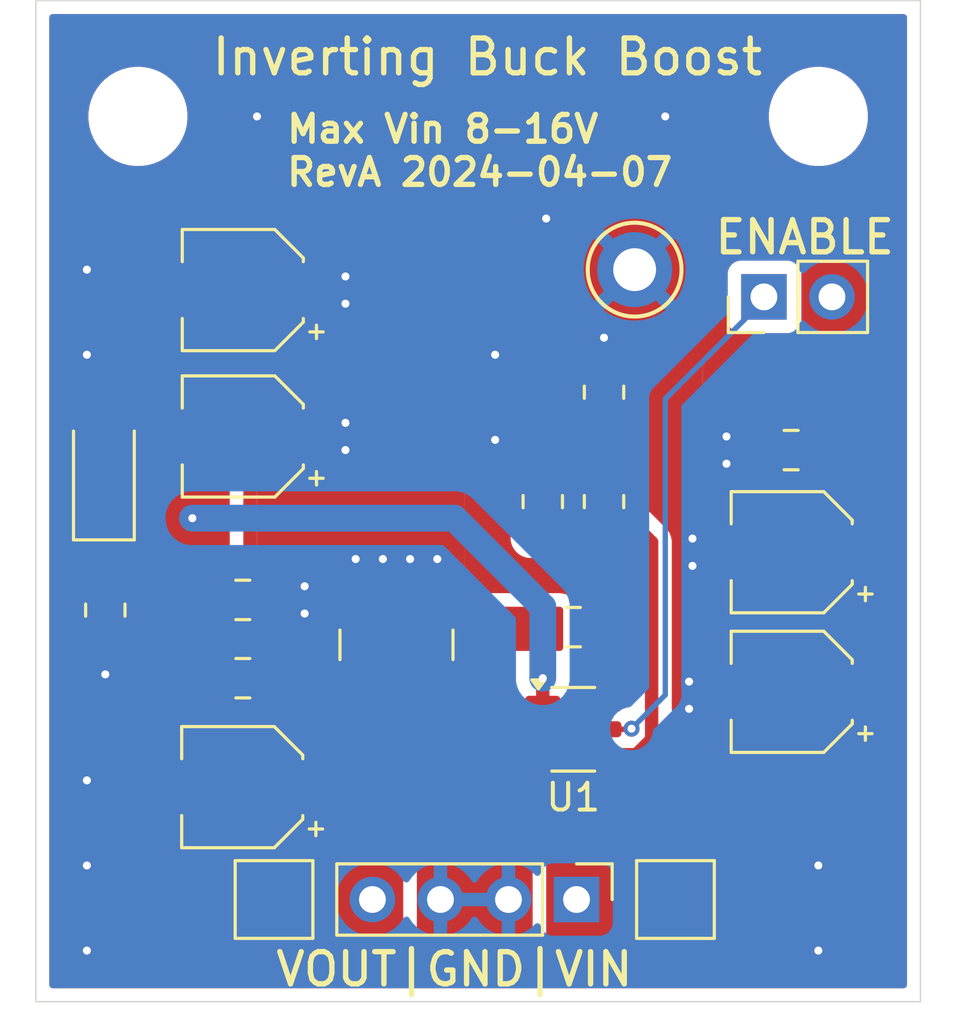
<source format=kicad_pcb>
(kicad_pcb (version 20240108) (generator "pcbnew") (generator_version "8.0")
  (title_block (date "2024-04-07") (rev "A"))
  (layers (0 "F.Cu" signal) (31 "B.Cu" signal) (34 "B.Paste" user) (35 "F.Paste" user) (36 "B.SilkS" user "B.Silkscreen") (37 "F.SilkS" user "F.Silkscreen") (38 "B.Mask" user) (39 "F.Mask" user) (44 "Edge.Cuts" user))
  (net 0 "")
  (net 1 "GND")
  (net 2 "/VOUT")
  (net 3 "/VIN")
  (net 4 "Net-(U1-SW)")
  (net 5 "Net-(U1-BOOT)")
  (net 6 "Net-(D1-K)")
  (net 7 "Net-(J3-Pin_1)")
  (net 8 "Net-(R1-Pad1)")
  (net 9 "/VSENSE")
  (footprint "MountingHole:MountingHole_3.2mm_M3" (layer "F.Cu") (at 184.15 76.835)
    (property "Reference" "H1" (hide yes))
    (property "Value" "MountingHole")
    (pad "" np_thru_hole circle (at 0 0) (size 3.2 3.2) (drill 3.2) (layers "*.Cu" "*.Mask"))
  )
  (footprint "Capacitor_SMD:C_0805_2012Metric_Pad1.18x1.45mm_HandSolder" (layer "F.Cu") (at 208.534 89.281 180)
    (property "Reference" "C6" (hide yes))
    (property "Value" "100nF")
    (fp_line (start -0.261252 0.735) (end 0.261252 0.735) (stroke (width 0.12)) (layer "F.SilkS"))
    (fp_line (start -0.261252 -0.735) (end 0.261252 -0.735) (stroke (width 0.12)) (layer "F.SilkS"))
    (pad "1" smd roundrect (at -1.0375 0 180) (size 1.175 1.45) (layers "F.Cu" "F.Paste" "F.Mask") (roundrect_rratio 0.212766) (net 3 "/VIN"))
    (pad "2" smd roundrect (at 1.0375 0 180) (size 1.175 1.45) (layers "F.Cu" "F.Paste" "F.Mask") (roundrect_rratio 0.212766) (net 1 "GND"))
  )
  (footprint "Capacitor_SMD:CP_Elec_4x3" (layer "F.Cu") (at 188.065 88.773 180)
    (property "Reference" "C3" (hide yes))
    (property "Value" "22uF")
    (fp_line (start 2.26 2.26) (end 2.26 1.06) (stroke (width 0.12)) (layer "F.SilkS"))
    (fp_line (start 2.26 -2.26) (end 2.26 -1.06) (stroke (width 0.12)) (layer "F.SilkS"))
    (fp_line (start -1.195563 2.26) (end 2.26 2.26) (stroke (width 0.12)) (layer "F.SilkS"))
    (fp_line (start -1.195563 -2.26) (end 2.26 -2.26) (stroke (width 0.12)) (layer "F.SilkS"))
    (fp_line (start -2.26 1.195563) (end -1.195563 2.26) (stroke (width 0.12)) (layer "F.SilkS"))
    (fp_line (start -2.26 1.195563) (end -2.26 1.06) (stroke (width 0.12)) (layer "F.SilkS"))
    (fp_line (start -2.26 -1.195563) (end -1.195563 -2.26) (stroke (width 0.12)) (layer "F.SilkS"))
    (fp_line (start -2.26 -1.195563) (end -2.26 -1.06) (stroke (width 0.12)) (layer "F.SilkS"))
    (fp_line (start -2.75 -1.81) (end -2.75 -1.31) (stroke (width 0.12)) (layer "F.SilkS"))
    (fp_line (start -3 -1.56) (end -2.5 -1.56) (stroke (width 0.12)) (layer "F.SilkS"))
    (pad "1" smd roundrect (at -1.8 0 180) (size 2.6 1.6) (layers "F.Cu" "F.Paste" "F.Mask") (roundrect_rratio 0.15625) (net 1 "GND"))
    (pad "2" smd roundrect (at 1.8 0 180) (size 2.6 1.6) (layers "F.Cu" "F.Paste" "F.Mask") (roundrect_rratio 0.15625) (net 2 "/VOUT"))
  )
  (footprint "Capacitor_SMD:C_0805_2012Metric_Pad1.18x1.45mm_HandSolder" (layer "F.Cu") (at 200.406 95.885 180)
    (property "Reference" "C9" (hide yes))
    (property "Value" "100nF")
    (fp_line (start -0.261252 0.735) (end 0.261252 0.735) (stroke (width 0.12)) (layer "F.SilkS"))
    (fp_line (start -0.261252 -0.735) (end 0.261252 -0.735) (stroke (width 0.12)) (layer "F.SilkS"))
    (pad "1" smd roundrect (at -1.0375 0 180) (size 1.175 1.45) (layers "F.Cu" "F.Paste" "F.Mask") (roundrect_rratio 0.212766) (net 5 "Net-(U1-BOOT)"))
    (pad "2" smd roundrect (at 1.0375 0 180) (size 1.175 1.45) (layers "F.Cu" "F.Paste" "F.Mask") (roundrect_rratio 0.212766) (net 4 "Net-(U1-SW)"))
  )
  (footprint "Capacitor_SMD:CP_Elec_4x3" (layer "F.Cu") (at 208.556 93.091 180)
    (property "Reference" "C5" (hide yes))
    (property "Value" "10uF")
    (fp_line (start 2.26 2.26) (end 2.26 1.06) (stroke (width 0.12)) (layer "F.SilkS"))
    (fp_line (start 2.26 -2.26) (end 2.26 -1.06) (stroke (width 0.12)) (layer "F.SilkS"))
    (fp_line (start -1.195563 2.26) (end 2.26 2.26) (stroke (width 0.12)) (layer "F.SilkS"))
    (fp_line (start -1.195563 -2.26) (end 2.26 -2.26) (stroke (width 0.12)) (layer "F.SilkS"))
    (fp_line (start -2.26 1.195563) (end -1.195563 2.26) (stroke (width 0.12)) (layer "F.SilkS"))
    (fp_line (start -2.26 1.195563) (end -2.26 1.06) (stroke (width 0.12)) (layer "F.SilkS"))
    (fp_line (start -2.26 -1.195563) (end -1.195563 -2.26) (stroke (width 0.12)) (layer "F.SilkS"))
    (fp_line (start -2.26 -1.195563) (end -2.26 -1.06) (stroke (width 0.12)) (layer "F.SilkS"))
    (fp_line (start -2.75 -1.81) (end -2.75 -1.31) (stroke (width 0.12)) (layer "F.SilkS"))
    (fp_line (start -3 -1.56) (end -2.5 -1.56) (stroke (width 0.12)) (layer "F.SilkS"))
    (pad "1" smd roundrect (at -1.8 0 180) (size 2.6 1.6) (layers "F.Cu" "F.Paste" "F.Mask") (roundrect_rratio 0.15625) (net 3 "/VIN"))
    (pad "2" smd roundrect (at 1.8 0 180) (size 2.6 1.6) (layers "F.Cu" "F.Paste" "F.Mask") (roundrect_rratio 0.15625) (net 1 "GND"))
  )
  (footprint "Capacitor_SMD:C_0805_2012Metric_Pad1.18x1.45mm_HandSolder" (layer "F.Cu") (at 188.0655 97.79 180)
    (property "Reference" "C8" (hide yes))
    (property "Value" "100nF")
    (fp_line (start -0.261252 0.735) (end 0.261252 0.735) (stroke (width 0.12)) (layer "F.SilkS"))
    (fp_line (start -0.261252 -0.735) (end 0.261252 -0.735) (stroke (width 0.12)) (layer "F.SilkS"))
    (pad "1" smd roundrect (at -1.0375 0 180) (size 1.175 1.45) (layers "F.Cu" "F.Paste" "F.Mask") (roundrect_rratio 0.212766) (net 3 "/VIN"))
    (pad "2" smd roundrect (at 1.0375 0 180) (size 1.175 1.45) (layers "F.Cu" "F.Paste" "F.Mask") (roundrect_rratio 0.212766) (net 2 "/VOUT"))
  )
  (footprint "Capacitor_SMD:CP_Elec_4x3" (layer "F.Cu") (at 188.0435 101.854 180)
    (property "Reference" "C7" (hide yes))
    (property "Value" "10uF")
    (fp_line (start 2.26 2.26) (end 2.26 1.06) (stroke (width 0.12)) (layer "F.SilkS"))
    (fp_line (start 2.26 -2.26) (end 2.26 -1.06) (stroke (width 0.12)) (layer "F.SilkS"))
    (fp_line (start -1.195563 2.26) (end 2.26 2.26) (stroke (width 0.12)) (layer "F.SilkS"))
    (fp_line (start -1.195563 -2.26) (end 2.26 -2.26) (stroke (width 0.12)) (layer "F.SilkS"))
    (fp_line (start -2.26 1.195563) (end -1.195563 2.26) (stroke (width 0.12)) (layer "F.SilkS"))
    (fp_line (start -2.26 1.195563) (end -2.26 1.06) (stroke (width 0.12)) (layer "F.SilkS"))
    (fp_line (start -2.26 -1.195563) (end -1.195563 -2.26) (stroke (width 0.12)) (layer "F.SilkS"))
    (fp_line (start -2.26 -1.195563) (end -2.26 -1.06) (stroke (width 0.12)) (layer "F.SilkS"))
    (fp_line (start -2.75 -1.81) (end -2.75 -1.31) (stroke (width 0.12)) (layer "F.SilkS"))
    (fp_line (start -3 -1.56) (end -2.5 -1.56) (stroke (width 0.12)) (layer "F.SilkS"))
    (pad "1" smd roundrect (at -1.8 0 180) (size 2.6 1.6) (layers "F.Cu" "F.Paste" "F.Mask") (roundrect_rratio 0.15625) (net 3 "/VIN"))
    (pad "2" smd roundrect (at 1.8 0 180) (size 2.6 1.6) (layers "F.Cu" "F.Paste" "F.Mask") (roundrect_rratio 0.15625) (net 2 "/VOUT"))
  )
  (footprint "Connector_PinHeader_2.54mm:PinHeader_1x04_P2.54mm_Vertical" (layer "F.Cu") (at 200.523 106.045 -90)
    (property "Reference" "J1" (hide yes))
    (property "Value" "Conn_01x04")
    (fp_line (start -1.33 8.95) (end 1.33 8.95) (stroke (width 0.12)) (layer "F.SilkS"))
    (fp_line (start -1.33 1.27) (end -1.33 8.95) (stroke (width 0.12)) (layer "F.SilkS"))
    (fp_line (start -1.33 1.27) (end 1.33 1.27) (stroke (width 0.12)) (layer "F.SilkS"))
    (fp_line (start 1.33 1.27) (end 1.33 8.95) (stroke (width 0.12)) (layer "F.SilkS"))
    (fp_line (start -1.33 0) (end -1.33 -1.33) (stroke (width 0.12)) (layer "F.SilkS"))
    (fp_line (start -1.33 -1.33) (end 0 -1.33) (stroke (width 0.12)) (layer "F.SilkS"))
    (pad "1" thru_hole rect (at 0 0 270) (size 1.7 1.7) (drill 1) (layers "*.Cu" "*.Mask") (net 3 "/VIN"))
    (pad "2" thru_hole oval (at 0 2.54 270) (size 1.7 1.7) (drill 1) (layers "*.Cu" "*.Mask") (net 1 "GND"))
    (pad "3" thru_hole oval (at 0 5.08 270) (size 1.7 1.7) (drill 1) (layers "*.Cu" "*.Mask") (net 1 "GND"))
    (pad "4" thru_hole oval (at 0 7.62 270) (size 1.7 1.7) (drill 1) (layers "*.Cu" "*.Mask") (net 2 "/VOUT"))
  )
  (footprint "Package_TO_SOT_SMD:SOT-23-6" (layer "F.Cu") (at 200.4005 99.695)
    (property "Reference" "U1" (at 0 2.54 0) (layer "F.SilkS"))
    (property "Value" "TPS54202DDC")
    (fp_line (start 0 -1.56) (end -0.8 -1.56) (stroke (width 0.12)) (layer "F.SilkS"))
    (fp_line (start 0 -1.56) (end 0.8 -1.56) (stroke (width 0.12)) (layer "F.SilkS"))
    (fp_line (start 0 1.56) (end -0.8 1.56) (stroke (width 0.12)) (layer "F.SilkS"))
    (fp_line (start 0 1.56) (end 0.8 1.56) (stroke (width 0.12)) (layer "F.SilkS"))
    (fp_poly (pts (xy -1.3 -1.51) (xy -1.54 -1.84) (xy -1.06 -1.84) (xy -1.3 -1.51)) (stroke (width 0.12)) (fill solid) (layer "F.SilkS"))
    (pad "1" smd roundrect (at -1.1375 -0.95) (size 1.325 0.6) (layers "F.Cu" "F.Paste" "F.Mask") (net 2 "/VOUT"))
    (pad "2" smd roundrect (at -1.1375 0) (size 1.325 0.6) (layers "F.Cu" "F.Paste" "F.Mask") (net 4 "Net-(U1-SW)"))
    (pad "3" smd roundrect (at -1.1375 0.95) (size 1.325 0.6) (layers "F.Cu" "F.Paste" "F.Mask") (net 3 "/VIN"))
    (pad "4" smd roundrect (at 1.1375 0.95) (size 1.325 0.6) (layers "F.Cu" "F.Paste" "F.Mask") (net 9 "/VSENSE"))
    (pad "5" smd roundrect (at 1.1375 0) (size 1.325 0.6) (layers "F.Cu" "F.Paste" "F.Mask") (net 7 "Net-(J3-Pin_1)"))
    (pad "6" smd roundrect (at 1.1375 -0.95) (size 1.325 0.6) (layers "F.Cu" "F.Paste" "F.Mask") (net 5 "Net-(U1-BOOT)"))
  )
  (footprint "TestPoint:TestPoint_Pad_2.5x2.5mm" (layer "F.Cu") (at 204.216 106.045)
    (property "Reference" "TP1" (hide yes))
    (property "Value" "TestPoint")
    (fp_line (start -1.45 -1.45) (end 1.45 -1.45) (stroke (width 0.12)) (layer "F.SilkS"))
    (fp_line (start -1.45 1.45) (end -1.45 -1.45) (stroke (width 0.12)) (layer "F.SilkS"))
    (fp_line (start 1.45 -1.45) (end 1.45 1.45) (stroke (width 0.12)) (layer "F.SilkS"))
    (fp_line (start 1.45 1.45) (end -1.45 1.45) (stroke (width 0.12)) (layer "F.SilkS"))
    (pad "1" smd rect (at 0 0) (size 2.5 2.5) (layers "F.Cu" "F.Mask") (net 3 "/VIN"))
  )
  (footprint "Resistor_SMD:R_0805_2012Metric_Pad1.20x1.40mm_HandSolder" (layer "F.Cu") (at 201.549 91.202 90)
    (property "Reference" "R2" (hide yes))
    (property "Value" "50K")
    (fp_line (start -0.227064 -0.735) (end 0.227064 -0.735) (stroke (width 0.12)) (layer "F.SilkS"))
    (fp_line (start -0.227064 0.735) (end 0.227064 0.735) (stroke (width 0.12)) (layer "F.SilkS"))
    (pad "1" smd roundrect (at -1 0 90) (size 1.2 1.4) (layers "F.Cu" "F.Paste" "F.Mask") (roundrect_rratio 0.208333) (net 9 "/VSENSE"))
    (pad "2" smd roundrect (at 1 0 90) (size 1.2 1.4) (layers "F.Cu" "F.Paste" "F.Mask") (roundrect_rratio 0.208333) (net 8 "Net-(R1-Pad1)"))
  )
  (footprint "TestPoint:TestPoint_Pad_2.5x2.5mm" (layer "F.Cu") (at 189.23 106.045)
    (property "Reference" "TP2" (hide yes))
    (property "Value" "TestPoint")
    (fp_line (start -1.45 -1.45) (end 1.45 -1.45) (stroke (width 0.12)) (layer "F.SilkS"))
    (fp_line (start -1.45 1.45) (end -1.45 -1.45) (stroke (width 0.12)) (layer "F.SilkS"))
    (fp_line (start 1.45 -1.45) (end 1.45 1.45) (stroke (width 0.12)) (layer "F.SilkS"))
    (fp_line (start 1.45 1.45) (end -1.45 1.45) (stroke (width 0.12)) (layer "F.SilkS"))
    (pad "1" smd rect (at 0 0) (size 2.5 2.5) (layers "F.Cu" "F.Mask") (net 2 "/VOUT"))
  )
  (footprint "Capacitor_SMD:CP_Elec_4x3" (layer "F.Cu") (at 208.556 98.298 180)
    (property "Reference" "C4" (hide yes))
    (property "Value" "10uF")
    (fp_line (start 2.26 2.26) (end 2.26 1.06) (stroke (width 0.12)) (layer "F.SilkS"))
    (fp_line (start 2.26 -2.26) (end 2.26 -1.06) (stroke (width 0.12)) (layer "F.SilkS"))
    (fp_line (start -1.195563 2.26) (end 2.26 2.26) (stroke (width 0.12)) (layer "F.SilkS"))
    (fp_line (start -1.195563 -2.26) (end 2.26 -2.26) (stroke (width 0.12)) (layer "F.SilkS"))
    (fp_line (start -2.26 1.195563) (end -1.195563 2.26) (stroke (width 0.12)) (layer "F.SilkS"))
    (fp_line (start -2.26 1.195563) (end -2.26 1.06) (stroke (width 0.12)) (layer "F.SilkS"))
    (fp_line (start -2.26 -1.195563) (end -1.195563 -2.26) (stroke (width 0.12)) (layer "F.SilkS"))
    (fp_line (start -2.26 -1.195563) (end -2.26 -1.06) (stroke (width 0.12)) (layer "F.SilkS"))
    (fp_line (start -2.75 -1.81) (end -2.75 -1.31) (stroke (width 0.12)) (layer "F.SilkS"))
    (fp_line (start -3 -1.56) (end -2.5 -1.56) (stroke (width 0.12)) (layer "F.SilkS"))
    (pad "1" smd roundrect (at -1.8 0 180) (size 2.6 1.6) (layers "F.Cu" "F.Paste" "F.Mask") (roundrect_rratio 0.15625) (net 3 "/VIN"))
    (pad "2" smd roundrect (at 1.8 0 180) (size 2.6 1.6) (layers "F.Cu" "F.Paste" "F.Mask") (roundrect_rratio 0.15625) (net 1 "GND"))
  )
  (footprint "Resistor_SMD:R_0805_2012Metric_Pad1.20x1.40mm_HandSolder" (layer "F.Cu") (at 199.263 91.202 -90)
    (property "Reference" "R3" (hide yes))
    (property "Value" "2K7")
    (fp_line (start -0.227064 0.735) (end 0.227064 0.735) (stroke (width 0.12)) (layer "F.SilkS"))
    (fp_line (start -0.227064 -0.735) (end 0.227064 -0.735) (stroke (width 0.12)) (layer "F.SilkS"))
    (pad "1" smd roundrect (at -1 0 270) (size 1.2 1.4) (layers "F.Cu" "F.Paste" "F.Mask") (roundrect_rratio 0.208333) (net 2 "/VOUT"))
    (pad "2" smd roundrect (at 1 0 270) (size 1.2 1.4) (layers "F.Cu" "F.Paste" "F.Mask") (roundrect_rratio 0.208333) (net 9 "/VSENSE"))
  )
  (footprint "Capacitor_SMD:C_0805_2012Metric_Pad1.18x1.45mm_HandSolder" (layer "F.Cu") (at 188.065 94.869 180)
    (property "Reference" "C1" (hide yes))
    (property "Value" "100nF")
    (fp_line (start -0.261252 0.735) (end 0.261252 0.735) (stroke (width 0.12)) (layer "F.SilkS"))
    (fp_line (start -0.261252 -0.735) (end 0.261252 -0.735) (stroke (width 0.12)) (layer "F.SilkS"))
    (pad "1" smd roundrect (at -1.0375 0 180) (size 1.175 1.45) (layers "F.Cu" "F.Paste" "F.Mask") (roundrect_rratio 0.212766) (net 1 "GND"))
    (pad "2" smd roundrect (at 1.0375 0 180) (size 1.175 1.45) (layers "F.Cu" "F.Paste" "F.Mask") (roundrect_rratio 0.212766) (net 2 "/VOUT"))
  )
  (footprint "Connector_PinHeader_2.54mm:PinHeader_1x02_P2.54mm_Vertical" (layer "F.Cu") (at 207.518 83.566 90)
    (property "Reference" "J3" (hide yes))
    (property "Value" "ENABLE")
    (fp_line (start -1.33 -1.33) (end 0 -1.33) (stroke (width 0.12)) (layer "F.SilkS"))
    (fp_line (start -1.33 0) (end -1.33 -1.33) (stroke (width 0.12)) (layer "F.SilkS"))
    (fp_line (start 1.33 1.27) (end 1.33 3.87) (stroke (width 0.12)) (layer "F.SilkS"))
    (fp_line (start -1.33 1.27) (end 1.33 1.27) (stroke (width 0.12)) (layer "F.SilkS"))
    (fp_line (start -1.33 1.27) (end -1.33 3.87) (stroke (width 0.12)) (layer "F.SilkS"))
    (fp_line (start -1.33 3.87) (end 1.33 3.87) (stroke (width 0.12)) (layer "F.SilkS"))
    (pad "1" thru_hole rect (at 0 0 90) (size 1.7 1.7) (drill 1) (layers "*.Cu" "*.Mask") (net 7 "Net-(J3-Pin_1)"))
    (pad "2" thru_hole oval (at 0 2.54 90) (size 1.7 1.7) (drill 1) (layers "*.Cu" "*.Mask") (net 3 "/VIN"))
  )
  (footprint "TestPoint:TestPoint_Keystone_5005-5009_Compact" (layer "F.Cu") (at 202.692 82.55)
    (property "Reference" "TP3" (hide yes))
    (property "Value" "TestPoint")
    (fp_circle (center 0 0) (end 1.75 0) (stroke (width 0.15)) (fill none) (layer "F.SilkS"))
    (pad "1" thru_hole circle (at 0 0) (size 2.8 2.8) (drill 1.6) (layers "*.Cu" "*.Mask") (net 1 "GND"))
  )
  (footprint "Inductor_SMD:L_Ferrocore_DLG-0403" (layer "F.Cu") (at 193.802 96.546 90)
    (property "Reference" "L1" (hide yes))
    (property "Value" "22uH")
    (fp_line (start -0.55 -2.11) (end 0.55 -2.11) (stroke (width 0.12)) (layer "F.SilkS"))
    (fp_line (start -0.55 2.11) (end 0.55 2.11) (stroke (width 0.12)) (layer "F.SilkS"))
    (pad "1" smd rect (at -1.625 0 90) (size 1.75 4.5) (layers "F.Cu" "F.Paste" "F.Mask") (net 4 "Net-(U1-SW)"))
    (pad "2" smd rect (at 1.625 0 90) (size 1.75 4.5) (layers "F.Cu" "F.Paste" "F.Mask") (net 1 "GND"))
  )
  (footprint "Resistor_SMD:R_0805_2012Metric_Pad1.20x1.40mm_HandSolder" (layer "F.Cu") (at 182.9325 95.25 -90)
    (property "Reference" "R4" (hide yes))
    (property "Value" "2K7")
    (fp_line (start -0.227064 0.735) (end 0.227064 0.735) (stroke (width 0.12)) (layer "F.SilkS"))
    (fp_line (start -0.227064 -0.735) (end 0.227064 -0.735) (stroke (width 0.12)) (layer "F.SilkS"))
    (pad "1" smd roundrect (at -1 0 270) (size 1.2 1.4) (layers "F.Cu" "F.Paste" "F.Mask") (roundrect_rratio 0.208333) (net 6 "Net-(D1-K)"))
    (pad "2" smd roundrect (at 1 0 270) (size 1.2 1.4) (layers "F.Cu" "F.Paste" "F.Mask") (roundrect_rratio 0.208333) (net 1 "GND"))
  )
  (footprint "Resistor_SMD:R_0805_2012Metric_Pad1.20x1.40mm_HandSolder" (layer "F.Cu") (at 201.549 87.122 90)
    (property "Reference" "R1" (hide yes))
    (property "Value" "47R")
    (fp_line (start -0.227064 -0.735) (end 0.227064 -0.735) (stroke (width 0.12)) (layer "F.SilkS"))
    (fp_line (start -0.227064 0.735) (end 0.227064 0.735) (stroke (width 0.12)) (layer "F.SilkS"))
    (pad "1" smd roundrect (at -1 0 90) (size 1.2 1.4) (layers "F.Cu" "F.Paste" "F.Mask") (roundrect_rratio 0.208333) (net 8 "Net-(R1-Pad1)"))
    (pad "2" smd roundrect (at 1 0 90) (size 1.2 1.4) (layers "F.Cu" "F.Paste" "F.Mask") (roundrect_rratio 0.208333) (net 1 "GND"))
  )
  (footprint "Capacitor_SMD:CP_Elec_4x3" (layer "F.Cu") (at 188.065 83.312 180)
    (property "Reference" "C2" (hide yes))
    (property "Value" "22uF")
    (fp_line (start 2.26 2.26) (end 2.26 1.06) (stroke (width 0.12)) (layer "F.SilkS"))
    (fp_line (start 2.26 -2.26) (end 2.26 -1.06) (stroke (width 0.12)) (layer "F.SilkS"))
    (fp_line (start -1.195563 2.26) (end 2.26 2.26) (stroke (width 0.12)) (layer "F.SilkS"))
    (fp_line (start -1.195563 -2.26) (end 2.26 -2.26) (stroke (width 0.12)) (layer "F.SilkS"))
    (fp_line (start -2.26 1.195563) (end -1.195563 2.26) (stroke (width 0.12)) (layer "F.SilkS"))
    (fp_line (start -2.26 1.195563) (end -2.26 1.06) (stroke (width 0.12)) (layer "F.SilkS"))
    (fp_line (start -2.26 -1.195563) (end -1.195563 -2.26) (stroke (width 0.12)) (layer "F.SilkS"))
    (fp_line (start -2.26 -1.195563) (end -2.26 -1.06) (stroke (width 0.12)) (layer "F.SilkS"))
    (fp_line (start -2.75 -1.81) (end -2.75 -1.31) (stroke (width 0.12)) (layer "F.SilkS"))
    (fp_line (start -3 -1.56) (end -2.5 -1.56) (stroke (width 0.12)) (layer "F.SilkS"))
    (pad "1" smd roundrect (at -1.8 0 180) (size 2.6 1.6) (layers "F.Cu" "F.Paste" "F.Mask") (roundrect_rratio 0.15625) (net 1 "GND"))
    (pad "2" smd roundrect (at 1.8 0 180) (size 2.6 1.6) (layers "F.Cu" "F.Paste" "F.Mask") (roundrect_rratio 0.15625) (net 2 "/VOUT"))
  )
  (footprint "LED_SMD:LED_1206_3216Metric_Pad1.42x1.75mm_HandSolder" (layer "F.Cu") (at 182.88 90.17 90)
    (property "Reference" "D1" (hide yes))
    (property "Value" "LED")
    (fp_line (start 1.6 -1.135) (end -2.46 -1.135) (stroke (width 0.12)) (layer "F.SilkS"))
    (fp_line (start -2.46 -1.135) (end -2.46 1.135) (stroke (width 0.12)) (layer "F.SilkS"))
    (fp_line (start -2.46 1.135) (end 1.6 1.135) (stroke (width 0.12)) (layer "F.SilkS"))
    (pad "1" smd roundrect (at -1.4875 0 90) (size 1.425 1.75) (layers "F.Cu" "F.Paste" "F.Mask") (roundrect_rratio 0.175439) (net 6 "Net-(D1-K)"))
    (pad "2" smd roundrect (at 1.4875 0 90) (size 1.425 1.75) (layers "F.Cu" "F.Paste" "F.Mask") (roundrect_rratio 0.175439) (net 2 "/VOUT"))
  )
  (footprint "MountingHole:MountingHole_3.2mm_M3" (layer "F.Cu") (at 209.55 76.835)
    (property "Reference" "H2" (hide yes))
    (property "Value" "MountingHole")
    (pad "" np_thru_hole circle (at 0 0) (size 3.2 3.2) (drill 3.2) (layers "*.Cu" "*.Mask"))
  )
  (gr_rect (start 180.34 72.517) (end 213.36 109.855) (stroke (width 0.05)) (fill none) (layer "Edge.Cuts"))
  (gr_text "ENABLE" (at 209.042 82.042 0) (layer "F.SilkS") (effects (font (size 1.2 1.2) (thickness 0.2)) (justify bottom)))
  (gr_text "Inverting Buck Boost\n\n" (at 186.817 77.47 0) (layer "F.SilkS") (effects (font (size 1.3 1.3) (thickness 0.2)) (justify left bottom)))
  (gr_text "VOUT|GND|VIN" (at 195.961 109.347 0) (layer "F.SilkS") (effects (font (size 1.2 1.2) (thickness 0.2)) (justify bottom)))
  (gr_text "Max Vin 8-16V\nRev${REVISION} ${ISSUE_DATE}" (at 189.611 79.502 0) (layer "F.SilkS") (effects (font (size 1 1) (thickness 0.2) (bold yes)) (justify left bottom)))
  (segment (start 201.549 86.122) (end 201.565 86.106) (width 0.5) (layer "F.Cu") (net 1))
  (segment (start 182.9325 96.25) (end 182.9325 97.647) (width 0.5) (layer "F.Cu") (net 1))
  (via (at 201.549 85.09) (size 0.6) (drill 0.3) (layers "F.Cu" "B.Cu") (net 1))
  (via (at 182.245 104.775) (size 0.6) (drill 0.3) (layers "F.Cu" "B.Cu") (net 1))
  (via (at 190.373 95.377) (size 0.6) (drill 0.3) (layers "F.Cu" "B.Cu") (net 1))
  (via (at 193.294 93.345) (size 0.6) (drill 0.3) (layers "F.Cu" "B.Cu") (net 1))
  (via (at 182.245 82.55) (size 0.6) (drill 0.3) (layers "F.Cu" "B.Cu") (net 1))
  (via (at 199.39 80.645) (size 0.6) (drill 0.3) (layers "F.Cu" "B.Cu") (net 1))
  (via (at 182.9325 97.647) (size 0.6) (drill 0.3) (layers "F.Cu" "B.Cu") (net 1))
  (via (at 204.724 97.917) (size 0.6) (drill 0.3) (layers "F.Cu" "B.Cu") (net 1))
  (via (at 197.485 85.725) (size 0.6) (drill 0.3) (layers "F.Cu" "B.Cu") (net 1))
  (via (at 192.278 93.345) (size 0.6) (drill 0.3) (layers "F.Cu" "B.Cu") (net 1))
  (via (at 191.897 83.82) (size 0.6) (drill 0.3) (layers "F.Cu" "B.Cu") (net 1))
  (via (at 191.897 89.281) (size 0.6) (drill 0.3) (layers "F.Cu" "B.Cu") (net 1))
  (via (at 182.245 101.6) (size 0.6) (drill 0.3) (layers "F.Cu" "B.Cu") (net 1))
  (via (at 209.55 104.775) (size 0.6) (drill 0.3) (layers "F.Cu" "B.Cu") (net 1))
  (via (at 206.121 89.789) (size 0.6) (drill 0.3) (layers "F.Cu" "B.Cu") (net 1))
  (via (at 191.897 82.804) (size 0.6) (drill 0.3) (layers "F.Cu" "B.Cu") (net 1))
  (via (at 190.373 94.361) (size 0.6) (drill 0.3) (layers "F.Cu" "B.Cu") (net 1))
  (via (at 194.31 93.345) (size 0.6) (drill 0.3) (layers "F.Cu" "B.Cu") (net 1))
  (via (at 197.485 88.9) (size 0.6) (drill 0.3) (layers "F.Cu" "B.Cu") (net 1))
  (via (at 182.245 85.725) (size 0.6) (drill 0.3) (layers "F.Cu" "B.Cu") (net 1))
  (via (at 195.326 93.345) (size 0.6) (drill 0.3) (layers "F.Cu" "B.Cu") (net 1))
  (via (at 204.851 92.583) (size 0.6) (drill 0.3) (layers "F.Cu" "B.Cu") (net 1))
  (via (at 191.897 88.265) (size 0.6) (drill 0.3) (layers "F.Cu" "B.Cu") (net 1))
  (via (at 204.851 93.599) (size 0.6) (drill 0.3) (layers "F.Cu" "B.Cu") (net 1))
  (via (at 204.724 98.933) (size 0.6) (drill 0.3) (layers "F.Cu" "B.Cu") (net 1))
  (via (at 188.595 76.835) (size 0.6) (drill 0.3) (layers "F.Cu" "B.Cu") (net 1))
  (via (at 203.835 76.835) (size 0.6) (drill 0.3) (layers "F.Cu" "B.Cu") (net 1))
  (via (at 209.55 107.95) (size 0.6) (drill 0.3) (layers "F.Cu" "B.Cu") (net 1))
  (via (at 182.245 107.95) (size 0.6) (drill 0.3) (layers "F.Cu" "B.Cu") (net 1))
  (via (at 206.121 88.773) (size 0.6) (drill 0.3) (layers "F.Cu" "B.Cu") (net 1))
  (segment (start 196.723 81.026) (end 186.309 81.026) (width 0.5) (layer "F.Cu") (net 2))
  (segment (start 199.263 83.566) (end 196.723 81.026) (width 0.5) (layer "F.Cu") (net 2))
  (segment (start 199.263 90.202) (end 199.263 83.566) (width 0.5) (layer "F.Cu") (net 2))
  (segment (start 186.1745 88.6825) (end 186.265 88.773) (width 0.5) (layer "F.Cu") (net 2))
  (segment (start 186.309 81.026) (end 186.265 81.07) (width 0.5) (layer "F.Cu") (net 2))
  (segment (start 199.263 97.79) (end 199.263 98.745) (width 0.5) (layer "F.Cu") (net 2))
  (segment (start 186.265 81.07) (end 186.265 83.312) (width 0.5) (layer "F.Cu") (net 2))
  (segment (start 182.88 88.6825) (end 186.1745 88.6825) (width 0.5) (layer "F.Cu") (net 2))
  (via (at 186.182 91.821) (size 0.6) (drill 0.3) (layers "F.Cu" "B.Cu") (net 2))
  (via (at 199.263 97.79) (size 0.6) (drill 0.3) (layers "F.Cu" "B.Cu") (net 2))
  (segment (start 199.263 95.123) (end 199.263 97.79) (width 1) (layer "B.Cu") (net 2))
  (segment (start 186.182 91.821) (end 195.961 91.821) (width 1) (layer "B.Cu") (net 2))
  (segment (start 195.961 91.821) (end 199.263 95.123) (width 1) (layer "B.Cu") (net 2))
  (segment (start 210.18 83.688) (end 210.058 83.566) (width 0.5) (layer "F.Cu") (net 3))
  (segment (start 196.596 98.806) (end 193.802 98.806) (width 0.5) (layer "F.Cu") (net 4))
  (segment (start 193.802 98.806) (end 193.802 98.78) (width 0.5) (layer "F.Cu") (net 4))
  (segment (start 197.485 99.695) (end 196.596 98.806) (width 0.5) (layer "F.Cu") (net 4))
  (segment (start 199.2685 99.695) (end 197.485 99.695) (width 0.5) (layer "F.Cu") (net 4))
  (segment (start 201.538 95.9795) (end 201.4435 95.885) (width 0.5) (layer "F.Cu") (net 5))
  (segment (start 201.549 98.7395) (end 201.5435 98.745) (width 0.5) (layer "F.Cu") (net 5))
  (segment (start 201.538 98.745) (end 201.538 95.9795) (width 0.5) (layer "F.Cu") (net 5))
  (segment (start 182.88 91.6575) (end 182.88 94.1755) (width 0.5) (layer "F.Cu") (net 6))
  (segment (start 201.538 99.695) (end 202.554669 99.695) (width 0.2) (layer "F.Cu") (net 7))
  (segment (start 202.554669 99.695) (end 202.577 99.672669) (width 0.2) (layer "F.Cu") (net 7))
  (via (at 202.577 99.672669) (size 0.6) (drill 0.3) (layers "F.Cu" "B.Cu") (net 7))
  (segment (start 207.518 83.688) (end 207.518 83.566) (width 0.2) (layer "B.Cu") (net 7))
  (segment (start 203.835 87.371) (end 207.518 83.688) (width 0.2) (layer "B.Cu") (net 7))
  (segment (start 203.835 98.414669) (end 203.835 87.371) (width 0.2) (layer "B.Cu") (net 7))
  (segment (start 202.577 99.672669) (end 203.835 98.414669) (width 0.2) (layer "B.Cu") (net 7))
  (segment (start 201.549 90.202) (end 201.549 88.122) (width 0.5) (layer "F.Cu") (net 8))
  (segment (start 203.327 92.726) (end 202.803 92.202) (width 0.5) (layer "F.Cu") (net 9))
  (segment (start 202.758 100.645) (end 203.327 100.076) (width 0.5) (layer "F.Cu") (net 9))
  (segment (start 202.803 92.202) (end 201.549 92.202) (width 0.5) (layer "F.Cu") (net 9))
  (segment (start 201.549 92.202) (end 199.263 92.202) (width 0.5) (layer "F.Cu") (net 9))
  (segment (start 203.327 100.076) (end 203.327 92.726) (width 0.5) (layer "F.Cu") (net 9))
  (segment (start 201.5435 100.645) (end 202.758 100.645) (width 0.5) (layer "F.Cu") (net 9))
  (zone (net 3) (net_name "/VIN") (layer "F.Cu") (priority 5) (connect_pads yes (clearance 0.5)) (min_thickness 0.25) (fill yes (thermal_gap 0.5) (thermal_bridge_width 0.5))
    (polygon (pts (xy 200.025 103.378) (xy 199.39 103.378) (xy 199.39 107.442) (xy 205.74 107.442) (xy 205.74 103.378) (xy 211.836 103.378) (xy 211.836 82.296) (xy 208.915 82.296) (xy 208.915 99.568) (xy 203.962 99.568) (xy 203.962 101.473) (xy 200.025 101.473)))
  )
  (zone (net 1) (net_name "GND") (layer "F.Cu") (priority 10) (connect_pads yes (clearance 0.5)) (min_thickness 0.25) (fill yes (thermal_gap 0.5) (thermal_bridge_width 0.5))
    (polygon (pts (xy 205.232 99.06) (xy 208.28 99.06) (xy 208.28 85.979) (xy 205.232 85.979)))
  )
  (zone (net 4) (net_name "Net-(U1-SW)") (layer "F.Cu") (priority 10) (connect_pads yes (clearance 0.5)) (min_thickness 0.25) (fill yes (thermal_gap 0.5) (thermal_bridge_width 0.5))
    (polygon (pts (xy 191.262 97.028) (xy 196.977 97.028) (xy 196.977 95.123) (xy 200.025 95.123) (xy 200.025 96.774) (xy 198.12 96.774) (xy 198.12 99.949) (xy 191.262 99.949)))
  )
  (zone (net 1) (net_name "GND") (layer "F.Cu") (priority 10) (connect_pads yes (clearance 0.5)) (min_thickness 0.25) (fill yes (thermal_gap 0.5) (thermal_bridge_width 0.5))
    (polygon (pts (xy 188.595 82.042) (xy 188.595 96.393) (xy 196.342 96.393) (xy 196.342 93.726) (xy 196.342 82.042)))
  )
  (zone (net 2) (net_name "/VOUT") (layer "F.Cu") (priority 10) (connect_pads yes (clearance 0.5)) (min_thickness 0.25) (fill yes (thermal_gap 0.5) (thermal_bridge_width 0.5))
    (polygon (pts (xy 187.579 82.042) (xy 187.579 104.521) (xy 194.056 104.521) (xy 194.056 107.569) (xy 187.579 107.569) (xy 184.531 107.569) (xy 184.531 82.042)))
  )
  (zone (net 3) (net_name "/VIN") (layer "F.Cu") (priority 10) (connect_pads yes (clearance 0.5)) (min_thickness 0.25) (fill yes (thermal_gap 0.5) (thermal_bridge_width 0.5))
    (polygon (pts (xy 200.025 100.33) (xy 190.5 100.33) (xy 190.5 97.028) (xy 188.468 97.028) (xy 188.468 103.505) (xy 200.025 103.505)))
  )
  (zone (net 1) (net_name "GND") (layer "F.Cu") (priority 3) (connect_pads yes (clearance 0.5)) (min_thickness 0.25) (fill yes (thermal_gap 0.5) (thermal_bridge_width 0.5))
    (polygon (pts (xy 180.34 72.517) (xy 180.34 109.855) (xy 213.36 109.855) (xy 213.36 72.517)))
  )
  (zone (net 1) (net_name "GND") (layer "B.Cu") (priority 4) (connect_pads (clearance 0.5)) (min_thickness 0.25) (fill yes (thermal_gap 0.5) (thermal_bridge_width 0.5))
    (polygon (pts (xy 180.34 72.517) (xy 180.34 109.855) (xy 213.36 109.855) (xy 213.36 72.517)))
  )
)
</source>
